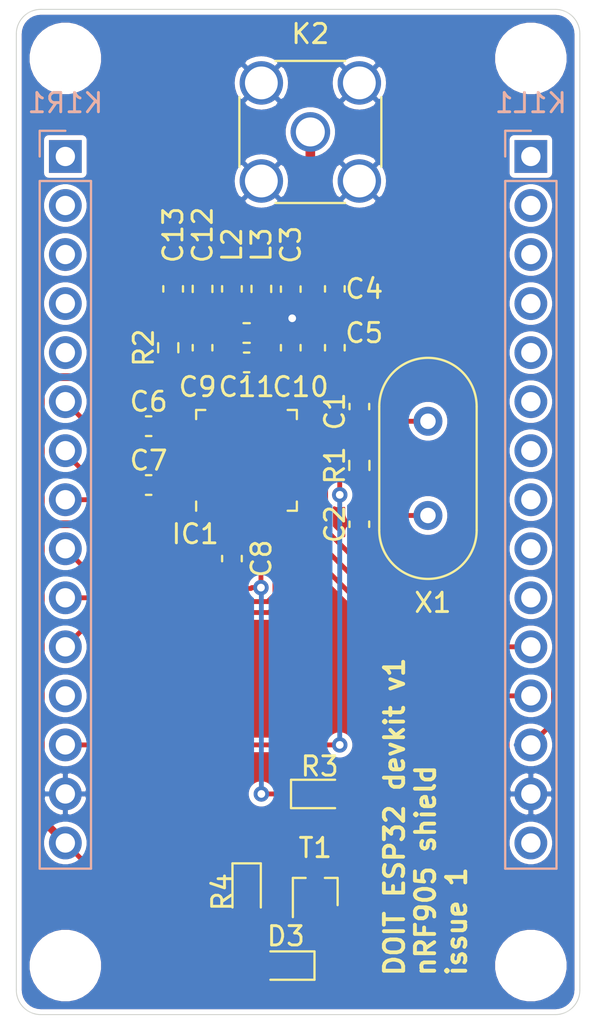
<source format=kicad_pcb>
(kicad_pcb (version 20171130) (host pcbnew 5.1.8-1.fc32)
  (layers (0 F.Cu signal) (31 B.Cu signal) (34 B.Paste user) (35 F.Paste user) (36 B.SilkS user) (37 F.SilkS user) (38 B.Mask user) (39 F.Mask user) (44 Edge.Cuts user))
  (net 0 "")
  (net 1 GND)
  (net 2 "Net-(C3-Pad2)")
  (net 3 VDD)
  (net 4 "Net-(C7-Pad1)")
  (net 5 "Net-(C12-Pad1)")
  (net 6 "Net-(C13-Pad2)")
  (net 7 "Net-(D3-Pad2)")
  (net 8 "Net-(D3-Pad1)")
  (net 9 "Net-(IC1-Pad32)")
  (net 10 "Net-(IC1-Pad23)")
  (net 11 "Net-(IC1-Pad7)")
  (net 12 "Net-(IC1-Pad6)")
  (net 13 "Net-(IC1-Pad3)")
  (net 14 "Net-(IC1-Pad2)")
  (net 15 "Net-(IC1-Pad1)")
  (net 16 "Net-(K1L1-Pad15)")
  (net 17 "Net-(K1L1-Pad4)")
  (net 18 "Net-(K1L1-Pad3)")
  (net 19 "Net-(K1L1-Pad2)")
  (net 20 "Net-(K1L1-Pad1)")
  (net 21 "Net-(K1R1-Pad12)")
  (net 22 "Net-(K1R1-Pad5)")
  (net 23 "Net-(K1R1-Pad4)")
  (net 24 "Net-(K1R1-Pad3)")
  (net 25 "Net-(K1R1-Pad2)")
  (net 26 "Net-(K1R1-Pad1)")
  (net 27 "Net-(R3-Pad2)")
  (net 28 /MISO)
  (net 29 /CSN)
  (net 30 /SCK)
  (net 31 /MOSI)
  (net 32 /DR)
  (net 33 "Net-(K1L1-Pad7)")
  (net 34 "Net-(K1L1-Pad6)")
  (net 35 "Net-(K1L1-Pad5)")
  (net 36 "Net-(K1L1-Pad10)")
  (net 37 "Net-(K1L1-Pad9)")
  (net 38 "Net-(K1L1-Pad8)")
  (net 39 /XC-)
  (net 40 /XC+)
  (net 41 /ANT-)
  (net 42 /ANT+)
  (module Connector_PinSocket_2.54mm:PinSocket_1x15_P2.54mm_Vertical (layer B.Cu) (at 2.54 7.62 180)
    (fp_text reference K1R1 (at 0 2.77) (layer B.SilkS) (effects (justify mirror)))
    (fp_text value ESP32_R)
    (fp_line (start -1.33 -1.27) (end 1.33 -1.27) (layer B.SilkS) (width 0.12))
    (fp_line (start -1.33 -1.27) (end -1.33 -36.89) (layer B.SilkS) (width 0.12))
    (fp_line (start -1.33 -36.89) (end 1.33 -36.89) (layer B.SilkS) (width 0.12))
    (fp_line (start 1.33 -1.27) (end 1.33 -36.89) (layer B.SilkS) (width 0.12))
    (fp_line (start 1.33 1.33) (end 1.33 0) (layer B.SilkS) (width 0.12))
    (fp_line (start 0 1.33) (end 1.33 1.33) (layer B.SilkS) (width 0.12))
    (pad 15 thru_hole oval (at 0 -35.56 180) (size 1.7 1.7) (drill 1) (layers *.Cu *.Mask) (net 3 VDD))
    (pad 14 thru_hole oval (at 0 -33.02 180) (size 1.7 1.7) (drill 1) (layers *.Cu *.Mask) (net 1 GND))
    (pad 13 thru_hole oval (at 0 -30.48 180) (size 1.7 1.7) (drill 1) (layers *.Cu *.Mask) (net 29 /CSN))
    (pad 12 thru_hole oval (at 0 -27.94 180) (size 1.7 1.7) (drill 1) (layers *.Cu *.Mask) (net 21 "Net-(K1R1-Pad12)"))
    (pad 11 thru_hole oval (at 0 -25.4 180) (size 1.7 1.7) (drill 1) (layers *.Cu *.Mask) (net 32 /DR))
    (pad 10 thru_hole oval (at 0 -22.86 180) (size 1.7 1.7) (drill 1) (layers *.Cu *.Mask) (net 11 "Net-(IC1-Pad7)"))
    (pad 9 thru_hole oval (at 0 -20.32 180) (size 1.7 1.7) (drill 1) (layers *.Cu *.Mask) (net 12 "Net-(IC1-Pad6)"))
    (pad 8 thru_hole oval (at 0 -17.78 180) (size 1.7 1.7) (drill 1) (layers *.Cu *.Mask) (net 14 "Net-(IC1-Pad2)"))
    (pad 7 thru_hole oval (at 0 -15.24 180) (size 1.7 1.7) (drill 1) (layers *.Cu *.Mask) (net 15 "Net-(IC1-Pad1)"))
    (pad 6 thru_hole oval (at 0 -12.7 180) (size 1.7 1.7) (drill 1) (layers *.Cu *.Mask) (net 9 "Net-(IC1-Pad32)"))
    (pad 5 thru_hole oval (at 0 -10.16 180) (size 1.7 1.7) (drill 1) (layers *.Cu *.Mask) (net 22 "Net-(K1R1-Pad5)"))
    (pad 4 thru_hole oval (at 0 -7.62 180) (size 1.7 1.7) (drill 1) (layers *.Cu *.Mask) (net 23 "Net-(K1R1-Pad4)"))
    (pad 3 thru_hole oval (at 0 -5.08 180) (size 1.7 1.7) (drill 1) (layers *.Cu *.Mask) (net 24 "Net-(K1R1-Pad3)"))
    (pad 2 thru_hole oval (at 0 -2.54 180) (size 1.7 1.7) (drill 1) (layers *.Cu *.Mask) (net 25 "Net-(K1R1-Pad2)"))
    (pad 1 thru_hole rect (at 0 0 180) (size 1.7 1.7) (drill 1) (layers *.Cu *.Mask) (net 26 "Net-(K1R1-Pad1)"))
  )
  (module Connector_PinSocket_2.54mm:PinSocket_1x15_P2.54mm_Vertical (layer B.Cu) (at 26.67 7.62 180)
    (fp_text reference K1L1 (at 0 2.77) (layer B.SilkS) (effects (justify mirror)))
    (fp_text value ESP32L)
    (fp_line (start -1.33 -1.27) (end 1.33 -1.27) (layer B.SilkS) (width 0.12))
    (fp_line (start -1.33 -1.27) (end -1.33 -36.89) (layer B.SilkS) (width 0.12))
    (fp_line (start -1.33 -36.89) (end 1.33 -36.89) (layer B.SilkS) (width 0.12))
    (fp_line (start 1.33 -1.27) (end 1.33 -36.89) (layer B.SilkS) (width 0.12))
    (fp_line (start 1.33 1.33) (end 1.33 0) (layer B.SilkS) (width 0.12))
    (fp_line (start 0 1.33) (end 1.33 1.33) (layer B.SilkS) (width 0.12))
    (pad 15 thru_hole oval (at 0 -35.56 180) (size 1.7 1.7) (drill 1) (layers *.Cu *.Mask) (net 16 "Net-(K1L1-Pad15)"))
    (pad 14 thru_hole oval (at 0 -33.02 180) (size 1.7 1.7) (drill 1) (layers *.Cu *.Mask) (net 1 GND))
    (pad 13 thru_hole oval (at 0 -30.48 180) (size 1.7 1.7) (drill 1) (layers *.Cu *.Mask) (net 31 /MOSI))
    (pad 12 thru_hole oval (at 0 -27.94 180) (size 1.7 1.7) (drill 1) (layers *.Cu *.Mask) (net 28 /MISO))
    (pad 11 thru_hole oval (at 0 -25.4 180) (size 1.7 1.7) (drill 1) (layers *.Cu *.Mask) (net 30 /SCK))
    (pad 10 thru_hole oval (at 0 -22.86 180) (size 1.7 1.7) (drill 1) (layers *.Cu *.Mask) (net 36 "Net-(K1L1-Pad10)"))
    (pad 9 thru_hole oval (at 0 -20.32 180) (size 1.7 1.7) (drill 1) (layers *.Cu *.Mask) (net 37 "Net-(K1L1-Pad9)"))
    (pad 8 thru_hole oval (at 0 -17.78 180) (size 1.7 1.7) (drill 1) (layers *.Cu *.Mask) (net 38 "Net-(K1L1-Pad8)"))
    (pad 7 thru_hole oval (at 0 -15.24 180) (size 1.7 1.7) (drill 1) (layers *.Cu *.Mask) (net 33 "Net-(K1L1-Pad7)"))
    (pad 6 thru_hole oval (at 0 -12.7 180) (size 1.7 1.7) (drill 1) (layers *.Cu *.Mask) (net 34 "Net-(K1L1-Pad6)"))
    (pad 5 thru_hole oval (at 0 -10.16 180) (size 1.7 1.7) (drill 1) (layers *.Cu *.Mask) (net 35 "Net-(K1L1-Pad5)"))
    (pad 4 thru_hole oval (at 0 -7.62 180) (size 1.7 1.7) (drill 1) (layers *.Cu *.Mask) (net 17 "Net-(K1L1-Pad4)"))
    (pad 3 thru_hole oval (at 0 -5.08 180) (size 1.7 1.7) (drill 1) (layers *.Cu *.Mask) (net 18 "Net-(K1L1-Pad3)"))
    (pad 2 thru_hole oval (at 0 -2.54 180) (size 1.7 1.7) (drill 1) (layers *.Cu *.Mask) (net 19 "Net-(K1L1-Pad2)"))
    (pad 1 thru_hole rect (at 0 0 180) (size 1.7 1.7) (drill 1) (layers *.Cu *.Mask) (net 20 "Net-(K1L1-Pad1)"))
  )
  (module Package_DFN_QFN:TQFN-32-1EP_5x5mm_P0.5mm_EP2.1x2.1mm (layer F.Cu) (at 11.93 23.36 90)
    (fp_text reference IC1 (at -3.818 -2.659 180) (layer F.SilkS))
    (fp_text value nRF905)
    (fp_line (start -2.135 -2.61) (end -2.61 -2.61) (layer F.SilkS) (width 0.12))
    (fp_line (start 2.61 2.61) (end 2.61 2.135) (layer F.SilkS) (width 0.12))
    (fp_line (start 2.135 2.61) (end 2.61 2.61) (layer F.SilkS) (width 0.12))
    (fp_line (start -2.61 2.61) (end -2.61 2.135) (layer F.SilkS) (width 0.12))
    (fp_line (start -2.135 2.61) (end -2.61 2.61) (layer F.SilkS) (width 0.12))
    (fp_line (start 2.61 -2.61) (end 2.61 -2.135) (layer F.SilkS) (width 0.12))
    (fp_line (start 2.135 -2.61) (end 2.61 -2.61) (layer F.SilkS) (width 0.12))
    (pad 33 smd rect (at 0 0 90) (size 2.1 2.1) (layers F.Cu F.Mask))
    (pad 32 smd custom (at -1.75 -2.4375 90) (size 0.18636 0.18636) (layers F.Cu F.Paste F.Mask) (net 9 "Net-(IC1-Pad32)") (options (clearance outline) (anchor circle)) (primitives (gr_poly (pts (xy -0.0625 -0.35) (xy 0.0625 -0.35) (xy 0.0625 0.35) (xy -0.009112 0.35) (xy -0.0625 0.296612)) (width 0.125))))
    (pad 31 smd roundrect (at -1.25 -2.4375 90) (size 0.25 0.825) (layers F.Cu F.Paste F.Mask) (net 4 "Net-(C7-Pad1)"))
    (pad 30 smd roundrect (at -0.75 -2.4375 90) (size 0.25 0.825) (layers F.Cu F.Paste F.Mask) (net 1 GND))
    (pad 29 smd roundrect (at -0.25 -2.4375 90) (size 0.25 0.825) (layers F.Cu F.Paste F.Mask) (net 1 GND))
    (pad 28 smd roundrect (at 0.25 -2.4375 90) (size 0.25 0.825) (layers F.Cu F.Paste F.Mask) (net 1 GND))
    (pad 27 smd roundrect (at 0.75 -2.4375 90) (size 0.25 0.825) (layers F.Cu F.Paste F.Mask) (net 1 GND))
    (pad 26 smd roundrect (at 1.25 -2.4375 90) (size 0.25 0.825) (layers F.Cu F.Paste F.Mask) (net 1 GND))
    (pad 25 smd custom (at 1.75 -2.4375 90) (size 0.18636 0.18636) (layers F.Cu F.Paste F.Mask) (net 3 VDD) (options (clearance outline) (anchor circle)) (primitives (gr_poly (pts (xy -0.0625 -0.35) (xy 0.0625 -0.35) (xy 0.0625 0.296612) (xy 0.009112 0.35) (xy -0.0625 0.35)) (width 0.125))))
    (pad 24 smd custom (at 2.4375 -1.75 90) (size 0.18636 0.18636) (layers F.Cu F.Paste F.Mask) (net 1 GND) (options (clearance outline) (anchor circle)) (primitives (gr_poly (pts (xy -0.35 -0.009112) (xy -0.296612 -0.0625) (xy 0.35 -0.0625) (xy 0.35 0.0625) (xy -0.35 0.0625)) (width 0.125))))
    (pad 23 smd roundrect (at 2.4375 -1.25 90) (size 0.825 0.25) (layers F.Cu F.Paste F.Mask) (net 10 "Net-(IC1-Pad23)"))
    (pad 22 smd roundrect (at 2.4375 -0.75 90) (size 0.825 0.25) (layers F.Cu F.Paste F.Mask) (net 1 GND))
    (pad 21 smd roundrect (at 2.4375 -0.25 90) (size 0.825 0.25) (layers F.Cu F.Paste F.Mask) (net 41 /ANT-))
    (pad 20 smd roundrect (at 2.4375 0.25 90) (size 0.825 0.25) (layers F.Cu F.Paste F.Mask) (net 42 /ANT+))
    (pad 19 smd roundrect (at 2.4375 0.75 90) (size 0.825 0.25) (layers F.Cu F.Paste F.Mask) (net 2 "Net-(C3-Pad2)"))
    (pad 18 smd roundrect (at 2.4375 1.25 90) (size 0.825 0.25) (layers F.Cu F.Paste F.Mask) (net 1 GND))
    (pad 17 smd custom (at 2.4375 1.75 90) (size 0.18636 0.18636) (layers F.Cu F.Paste F.Mask) (net 3 VDD) (options (clearance outline) (anchor circle)) (primitives (gr_poly (pts (xy -0.35 -0.0625) (xy 0.35 -0.0625) (xy 0.35 0.0625) (xy -0.296612 0.0625) (xy -0.35 0.009112)) (width 0.125))))
    (pad 16 smd custom (at 1.75 2.4375 90) (size 0.18636 0.18636) (layers F.Cu F.Paste F.Mask) (net 1 GND) (options (clearance outline) (anchor circle)) (primitives (gr_poly (pts (xy -0.0625 -0.35) (xy 0.009112 -0.35) (xy 0.0625 -0.296612) (xy 0.0625 0.35) (xy -0.0625 0.35)) (width 0.125))))
    (pad 15 smd roundrect (at 1.25 2.4375 90) (size 0.25 0.825) (layers F.Cu F.Paste F.Mask) (net 39 /XC-))
    (pad 14 smd roundrect (at 0.75 2.4375 90) (size 0.25 0.825) (layers F.Cu F.Paste F.Mask) (net 40 /XC+))
    (pad 13 smd roundrect (at 0.25 2.4375 90) (size 0.25 0.825) (layers F.Cu F.Paste F.Mask) (net 29 /CSN))
    (pad 12 smd roundrect (at -0.25 2.4375 90) (size 0.25 0.825) (layers F.Cu F.Paste F.Mask) (net 30 /SCK))
    (pad 11 smd roundrect (at -0.75 2.4375 90) (size 0.25 0.825) (layers F.Cu F.Paste F.Mask) (net 31 /MOSI))
    (pad 10 smd roundrect (at -1.25 2.4375 90) (size 0.25 0.825) (layers F.Cu F.Paste F.Mask) (net 28 /MISO))
    (pad 9 smd custom (at -1.75 2.4375 90) (size 0.18636 0.18636) (layers F.Cu F.Paste F.Mask) (net 1 GND) (options (clearance outline) (anchor circle)) (primitives (gr_poly (pts (xy -0.0625 -0.296612) (xy -0.009112 -0.35) (xy 0.0625 -0.35) (xy 0.0625 0.35) (xy -0.0625 0.35)) (width 0.125))))
    (pad 8 smd custom (at -2.4375 1.75 90) (size 0.18636 0.18636) (layers F.Cu F.Paste F.Mask) (net 32 /DR) (options (clearance outline) (anchor circle)) (primitives (gr_poly (pts (xy -0.35 -0.0625) (xy 0.35 -0.0625) (xy 0.35 0.009112) (xy 0.296612 0.0625) (xy -0.35 0.0625)) (width 0.125))))
    (pad 7 smd roundrect (at -2.4375 1.25 90) (size 0.825 0.25) (layers F.Cu F.Paste F.Mask) (net 11 "Net-(IC1-Pad7)"))
    (pad 6 smd roundrect (at -2.4375 0.75 90) (size 0.825 0.25) (layers F.Cu F.Paste F.Mask) (net 12 "Net-(IC1-Pad6)"))
    (pad 5 smd roundrect (at -2.4375 0.25 90) (size 0.825 0.25) (layers F.Cu F.Paste F.Mask) (net 1 GND))
    (pad 4 smd roundrect (at -2.4375 -0.25 90) (size 0.825 0.25) (layers F.Cu F.Paste F.Mask) (net 3 VDD))
    (pad 3 smd roundrect (at -2.4375 -0.75 90) (size 0.825 0.25) (layers F.Cu F.Paste F.Mask) (net 13 "Net-(IC1-Pad3)"))
    (pad 2 smd roundrect (at -2.4375 -1.25 90) (size 0.825 0.25) (layers F.Cu F.Paste F.Mask) (net 14 "Net-(IC1-Pad2)"))
    (pad 1 smd custom (at -2.4375 -1.75 90) (size 0.18636 0.18636) (layers F.Cu F.Paste F.Mask) (net 15 "Net-(IC1-Pad1)") (options (clearance outline) (anchor circle)) (primitives (gr_poly (pts (xy -0.35 -0.0625) (xy 0.296612 -0.0625) (xy 0.35 -0.009112) (xy 0.35 0.0625) (xy -0.35 0.0625)) (width 0.125))))
  )
  (module LED_SMD:LED_0603_1608Metric (layer F.Cu) (at 15.7225 40.64)
    (fp_text reference R3 (at 0 -1.43) (layer F.SilkS))
    (fp_text value 27k)
    (fp_line (start 0.8 -0.735) (end -1.485 -0.735) (layer F.SilkS) (width 0.12))
    (fp_line (start -1.485 -0.735) (end -1.485 0.735) (layer F.SilkS) (width 0.12))
    (fp_line (start -1.485 0.735) (end 0.8 0.735) (layer F.SilkS) (width 0.12))
    (pad 2 smd roundrect (at 0.7875 0) (size 0.875 0.95) (layers F.Cu F.Paste F.Mask) (net 27 "Net-(R3-Pad2)"))
    (pad 1 smd roundrect (at -0.7875 0) (size 0.875 0.95) (layers F.Cu F.Paste F.Mask) (net 12 "Net-(IC1-Pad6)"))
  )
  (module Connector_Coaxial:SMA_Amphenol_132134_Vertical (layer F.Cu) (at 15.24 6.35 270)
    (fp_text reference K2 (at -5.08 0) (layer F.SilkS))
    (fp_text value "RF out")
    (fp_line (start -1.8 -3.68) (end 1.8 -3.68) (layer F.SilkS) (width 0.12))
    (fp_line (start -1.8 3.68) (end 1.8 3.68) (layer F.SilkS) (width 0.12))
    (fp_line (start 3.68 -1.8) (end 3.68 1.8) (layer F.SilkS) (width 0.12))
    (fp_line (start -3.68 -1.8) (end -3.68 1.8) (layer F.SilkS) (width 0.12))
    (pad 2 thru_hole circle (at -2.54 2.54 270) (size 2.25 2.25) (drill 1.7) (layers *.Cu *.Mask) (net 1 GND))
    (pad 2 thru_hole circle (at -2.54 -2.54 270) (size 2.25 2.25) (drill 1.7) (layers *.Cu *.Mask) (net 1 GND))
    (pad 2 thru_hole circle (at 2.54 -2.54 270) (size 2.25 2.25) (drill 1.7) (layers *.Cu *.Mask) (net 1 GND))
    (pad 2 thru_hole circle (at 2.54 2.54 270) (size 2.25 2.25) (drill 1.7) (layers *.Cu *.Mask) (net 1 GND))
    (pad 1 thru_hole circle (at 0 0 270) (size 2.05 2.05) (drill 1.5) (layers *.Cu *.Mask) (net 6 "Net-(C13-Pad2)"))
  )
  (module Capacitor_SMD:C_0603_1608Metric (layer F.Cu) (at 6.858 24.638 180)
    (fp_text reference C7 (at 0 1.27) (layer F.SilkS))
    (fp_text value 10nF)
    (fp_line (start -0.14058 -0.51) (end 0.14058 -0.51) (layer F.SilkS) (width 0.12))
    (fp_line (start -0.14058 0.51) (end 0.14058 0.51) (layer F.SilkS) (width 0.12))
    (pad 2 smd roundrect (at 0.775 0 180) (size 0.9 0.95) (layers F.Cu F.Paste F.Mask) (net 1 GND))
    (pad 1 smd roundrect (at -0.775 0 180) (size 0.9 0.95) (layers F.Cu F.Paste F.Mask) (net 4 "Net-(C7-Pad1)"))
  )
  (module Crystal:Crystal_HC49-4H_Vertical (layer F.Cu) (at 21.336 21.336 270)
    (fp_text reference X1 (at 9.398 -0.254) (layer F.SilkS))
    (fp_text value 16MHz)
    (fp_line (start -0.76 2.525) (end 5.64 2.525) (layer F.SilkS) (width 0.12))
    (fp_line (start -0.76 -2.525) (end 5.64 -2.525) (layer F.SilkS) (width 0.12))
    (fp_arc (start 5.64 0) (end 5.64 -2.525) (angle 180) (layer F.SilkS) (width 0.12))
    (fp_arc (start -0.76 0) (end -0.76 -2.525) (angle -180) (layer F.SilkS) (width 0.12))
    (pad 2 thru_hole circle (at 4.88 0 270) (size 1.5 1.5) (drill 0.8) (layers *.Cu *.Mask) (net 40 /XC+))
    (pad 1 thru_hole circle (at 0 0 270) (size 1.5 1.5) (drill 0.8) (layers *.Cu *.Mask) (net 39 /XC-))
  )
  (module LED_SMD:LED_0603_1608Metric (layer F.Cu) (at 11.938 45.72 270)
    (fp_text reference R4 (at 0 1.27 90) (layer F.SilkS))
    (fp_text value 68)
    (fp_line (start -1.485 0.735) (end 0.8 0.735) (layer F.SilkS) (width 0.12))
    (fp_line (start -1.485 -0.735) (end -1.485 0.735) (layer F.SilkS) (width 0.12))
    (fp_line (start 0.8 -0.735) (end -1.485 -0.735) (layer F.SilkS) (width 0.12))
    (pad 2 smd roundrect (at 0.7875 0 270) (size 0.875 0.95) (layers F.Cu F.Paste F.Mask) (net 7 "Net-(D3-Pad2)"))
    (pad 1 smd roundrect (at -0.7875 0 270) (size 0.875 0.95) (layers F.Cu F.Paste F.Mask) (net 3 VDD))
  )
  (module Resistor_SMD:R_0603_1608Metric (layer F.Cu) (at 7.874 17.526 90)
    (fp_text reference R2 (at 0 -1.27 90) (layer F.SilkS))
    (fp_text value 22k)
    (fp_line (start -0.237258 0.5225) (end 0.237258 0.5225) (layer F.SilkS) (width 0.12))
    (fp_line (start -0.237258 -0.5225) (end 0.237258 -0.5225) (layer F.SilkS) (width 0.12))
    (pad 2 smd roundrect (at 0.825 0 90) (size 0.8 0.95) (layers F.Cu F.Paste F.Mask) (net 1 GND))
    (pad 1 smd roundrect (at -0.825 0 90) (size 0.8 0.95) (layers F.Cu F.Paste F.Mask) (net 10 "Net-(IC1-Pad23)"))
  )
  (module Resistor_SMD:R_0603_1608Metric (layer F.Cu) (at 17.78 23.622 90)
    (fp_text reference R1 (at 0 -1.27 90) (layer F.SilkS))
    (fp_text value 1M)
    (fp_line (start -0.237258 0.5225) (end 0.237258 0.5225) (layer F.SilkS) (width 0.12))
    (fp_line (start -0.237258 -0.5225) (end 0.237258 -0.5225) (layer F.SilkS) (width 0.12))
    (pad 2 smd roundrect (at 0.825 0 90) (size 0.8 0.95) (layers F.Cu F.Paste F.Mask) (net 39 /XC-))
    (pad 1 smd roundrect (at -0.825 0 90) (size 0.8 0.95) (layers F.Cu F.Paste F.Mask) (net 40 /XC+))
  )
  (module Package_TO_SOT_SMD:SOT-323_SC-70 (layer F.Cu) (at 15.494 45.72 90)
    (fp_text reference T1 (at 2.286 0) (layer F.SilkS))
    (fp_text value BC547)
    (fp_line (start -0.68 1.16) (end 0.73 1.16) (layer F.SilkS) (width 0.12))
    (fp_line (start 0.73 -1.16) (end -1.3 -1.16) (layer F.SilkS) (width 0.12))
    (fp_line (start 0.73 -1.16) (end 0.73 -0.5) (layer F.SilkS) (width 0.12))
    (fp_line (start 0.73 0.5) (end 0.73 1.16) (layer F.SilkS) (width 0.12))
    (pad 3 smd rect (at 1 0) (size 0.45 0.7) (layers F.Cu F.Paste F.Mask) (net 1 GND))
    (pad 2 smd rect (at -1 0.65) (size 0.45 0.7) (layers F.Cu F.Paste F.Mask) (net 27 "Net-(R3-Pad2)"))
    (pad 1 smd rect (at -1 -0.65) (size 0.45 0.7) (layers F.Cu F.Paste F.Mask) (net 8 "Net-(D3-Pad1)"))
  )
  (module Inductor_SMD:L_0603_1608Metric (layer F.Cu) (at 12.7 14.478 270)
    (fp_text reference L3 (at -2.286 0 90) (layer F.SilkS))
    (fp_text value 12nH)
    (fp_line (start -0.162779 0.51) (end 0.162779 0.51) (layer F.SilkS) (width 0.12))
    (fp_line (start -0.162779 -0.51) (end 0.162779 -0.51) (layer F.SilkS) (width 0.12))
    (pad 2 smd roundrect (at 0.7875 0 270) (size 0.875 0.95) (layers F.Cu F.Paste F.Mask) (net 42 /ANT+))
    (pad 1 smd roundrect (at -0.7875 0 270) (size 0.875 0.95) (layers F.Cu F.Paste F.Mask) (net 2 "Net-(C3-Pad2)"))
  )
  (module Inductor_SMD:L_0603_1608Metric (layer F.Cu) (at 9.652 14.478 270)
    (fp_text reference L2 (at -2.286 -1.524 90) (layer F.SilkS))
    (fp_text value 10nH)
    (fp_line (start -0.162779 -0.51) (end 0.162779 -0.51) (layer F.SilkS) (width 0.12))
    (fp_line (start -0.162779 0.51) (end 0.162779 0.51) (layer F.SilkS) (width 0.12))
    (pad 1 smd roundrect (at -0.7875 0 270) (size 0.875 0.95) (layers F.Cu F.Paste F.Mask) (net 6 "Net-(C13-Pad2)"))
    (pad 2 smd roundrect (at 0.7875 0 270) (size 0.875 0.95) (layers F.Cu F.Paste F.Mask) (net 5 "Net-(C12-Pad1)"))
  )
  (module Inductor_SMD:L_0603_1608Metric (layer F.Cu) (at 11.938 16.764)
    (fp_text reference L1 hide)
    (fp_text value 12nH)
    (fp_line (start -0.162779 0.51) (end 0.162779 0.51) (layer F.SilkS) (width 0.12))
    (fp_line (start -0.162779 -0.51) (end 0.162779 -0.51) (layer F.SilkS) (width 0.12))
    (pad 2 smd roundrect (at 0.7875 0) (size 0.875 0.95) (layers F.Cu F.Paste F.Mask) (net 42 /ANT+))
    (pad 1 smd roundrect (at -0.7875 0) (size 0.875 0.95) (layers F.Cu F.Paste F.Mask) (net 41 /ANT-))
  )
  (module MountingHole:MountingHole_3.2mm_M3_ISO14580 (layer F.Cu) (at 2.54 49.53)
    (fp_text reference H4 hide)
    (fp_text value MountingHole hide)
    (pad 1 np_thru_hole circle (at 0 0) (size 3.2 3.2) (drill 3.2) (layers *.Cu *.Mask))
  )
  (module MountingHole:MountingHole_3.2mm_M3_ISO14580 (layer F.Cu) (at 26.67 49.53)
    (fp_text reference H3 hide)
    (fp_text value MountingHole hide)
    (pad 1 np_thru_hole circle (at 0 0) (size 3.2 3.2) (drill 3.2) (layers *.Cu *.Mask))
  )
  (module MountingHole:MountingHole_3.2mm_M3_ISO14580 (layer F.Cu) (at 26.67 2.54)
    (fp_text reference H2 hide)
    (fp_text value MountingHole hide)
    (pad 1 np_thru_hole circle (at 0 0) (size 3.2 3.2) (drill 3.2) (layers *.Cu *.Mask))
  )
  (module MountingHole:MountingHole_3.2mm_M3_ISO14580 (layer F.Cu) (at 2.54 2.54)
    (fp_text reference H1 hide)
    (fp_text value MountingHole hide)
    (pad 1 np_thru_hole circle (at 0 0) (size 3.2 3.2) (drill 3.2) (layers *.Cu *.Mask))
  )
  (module LED_SMD:LED_0603_1608Metric (layer F.Cu) (at 13.97 49.53 180)
    (fp_text reference D3 (at 0 1.524) (layer F.SilkS))
    (fp_text value CD)
    (fp_line (start -1.485 0.735) (end 0.8 0.735) (layer F.SilkS) (width 0.12))
    (fp_line (start -1.485 -0.735) (end -1.485 0.735) (layer F.SilkS) (width 0.12))
    (fp_line (start 0.8 -0.735) (end -1.485 -0.735) (layer F.SilkS) (width 0.12))
    (pad 2 smd roundrect (at 0.7875 0 180) (size 0.875 0.95) (layers F.Cu F.Paste F.Mask) (net 7 "Net-(D3-Pad2)"))
    (pad 1 smd roundrect (at -0.7875 0 180) (size 0.875 0.95) (layers F.Cu F.Paste F.Mask) (net 8 "Net-(D3-Pad1)"))
  )
  (module Capacitor_SMD:C_0603_1608Metric (layer F.Cu) (at 8.128 14.478 90)
    (fp_text reference C13 (at 2.794 0 90) (layer F.SilkS))
    (fp_text value 4.7pF)
    (fp_line (start -0.14058 -0.51) (end 0.14058 -0.51) (layer F.SilkS) (width 0.12))
    (fp_line (start -0.14058 0.51) (end 0.14058 0.51) (layer F.SilkS) (width 0.12))
    (pad 1 smd roundrect (at -0.775 0 90) (size 0.9 0.95) (layers F.Cu F.Paste F.Mask) (net 1 GND))
    (pad 2 smd roundrect (at 0.775 0 90) (size 0.9 0.95) (layers F.Cu F.Paste F.Mask) (net 6 "Net-(C13-Pad2)"))
  )
  (module Capacitor_SMD:C_0603_1608Metric (layer F.Cu) (at 11.176 14.478 270)
    (fp_text reference C12 (at -2.794 1.524 90) (layer F.SilkS))
    (fp_text value 22pF)
    (fp_line (start -0.14058 0.51) (end 0.14058 0.51) (layer F.SilkS) (width 0.12))
    (fp_line (start -0.14058 -0.51) (end 0.14058 -0.51) (layer F.SilkS) (width 0.12))
    (pad 2 smd roundrect (at 0.775 0 270) (size 0.9 0.95) (layers F.Cu F.Paste F.Mask) (net 41 /ANT-))
    (pad 1 smd roundrect (at -0.775 0 270) (size 0.9 0.95) (layers F.Cu F.Paste F.Mask) (net 5 "Net-(C12-Pad1)"))
  )
  (module Capacitor_SMD:C_0603_1608Metric (layer F.Cu) (at 11.938 18.288)
    (fp_text reference C11 (at 0 1.27) (layer F.SilkS))
    (fp_text value "not fitted" hide)
    (fp_line (start -0.14058 0.51) (end 0.14058 0.51) (layer F.SilkS) (width 0.12))
    (fp_line (start -0.14058 -0.51) (end 0.14058 -0.51) (layer F.SilkS) (width 0.12))
    (pad 2 smd roundrect (at 0.775 0) (size 0.9 0.95) (layers F.Cu F.Paste F.Mask) (net 42 /ANT+))
    (pad 1 smd roundrect (at -0.775 0) (size 0.9 0.95) (layers F.Cu F.Paste F.Mask) (net 41 /ANT-))
  )
  (module Capacitor_SMD:C_0603_1608Metric (layer F.Cu) (at 14.224 17.526 90)
    (fp_text reference C10 (at -2.032 0.508 180) (layer F.SilkS))
    (fp_text value 5.6pF)
    (fp_line (start -0.14058 -0.51) (end 0.14058 -0.51) (layer F.SilkS) (width 0.12))
    (fp_line (start -0.14058 0.51) (end 0.14058 0.51) (layer F.SilkS) (width 0.12))
    (pad 1 smd roundrect (at -0.775 0 90) (size 0.9 0.95) (layers F.Cu F.Paste F.Mask) (net 42 /ANT+))
    (pad 2 smd roundrect (at 0.775 0 90) (size 0.9 0.95) (layers F.Cu F.Paste F.Mask) (net 1 GND))
  )
  (module Capacitor_SMD:C_0603_1608Metric (layer F.Cu) (at 9.652 17.526 270)
    (fp_text reference C9 (at 2.032 0.254 180) (layer F.SilkS))
    (fp_text value 5.6pF)
    (fp_line (start -0.14058 -0.51) (end 0.14058 -0.51) (layer F.SilkS) (width 0.12))
    (fp_line (start -0.14058 0.51) (end 0.14058 0.51) (layer F.SilkS) (width 0.12))
    (pad 1 smd roundrect (at -0.775 0 270) (size 0.9 0.95) (layers F.Cu F.Paste F.Mask) (net 1 GND))
    (pad 2 smd roundrect (at 0.775 0 270) (size 0.9 0.95) (layers F.Cu F.Paste F.Mask) (net 41 /ANT-))
  )
  (module Capacitor_SMD:C_0603_1608Metric (layer F.Cu) (at 11.176 28.448 270)
    (fp_text reference C8 (at 0 -1.524 90) (layer F.SilkS))
    (fp_text value 33pF)
    (fp_line (start -0.14058 0.51) (end 0.14058 0.51) (layer F.SilkS) (width 0.12))
    (fp_line (start -0.14058 -0.51) (end 0.14058 -0.51) (layer F.SilkS) (width 0.12))
    (pad 2 smd roundrect (at 0.775 0 270) (size 0.9 0.95) (layers F.Cu F.Paste F.Mask) (net 1 GND))
    (pad 1 smd roundrect (at -0.775 0 270) (size 0.9 0.95) (layers F.Cu F.Paste F.Mask) (net 3 VDD))
  )
  (module Capacitor_SMD:C_0603_1608Metric (layer F.Cu) (at 6.858 21.59 180)
    (fp_text reference C6 (at 0 1.27) (layer F.SilkS))
    (fp_text value 4.7nF)
    (fp_line (start -0.14058 0.51) (end 0.14058 0.51) (layer F.SilkS) (width 0.12))
    (fp_line (start -0.14058 -0.51) (end 0.14058 -0.51) (layer F.SilkS) (width 0.12))
    (pad 2 smd roundrect (at 0.775 0 180) (size 0.9 0.95) (layers F.Cu F.Paste F.Mask) (net 1 GND))
    (pad 1 smd roundrect (at -0.775 0 180) (size 0.9 0.95) (layers F.Cu F.Paste F.Mask) (net 3 VDD))
  )
  (module Capacitor_SMD:C_0603_1608Metric (layer F.Cu) (at 16.51 17.526 90)
    (fp_text reference C5 (at 0.762 1.524 180) (layer F.SilkS))
    (fp_text value 33pF)
    (fp_line (start -0.14058 0.51) (end 0.14058 0.51) (layer F.SilkS) (width 0.12))
    (fp_line (start -0.14058 -0.51) (end 0.14058 -0.51) (layer F.SilkS) (width 0.12))
    (pad 2 smd roundrect (at 0.775 0 90) (size 0.9 0.95) (layers F.Cu F.Paste F.Mask) (net 1 GND))
    (pad 1 smd roundrect (at -0.775 0 90) (size 0.9 0.95) (layers F.Cu F.Paste F.Mask) (net 3 VDD))
  )
  (module Capacitor_SMD:C_0603_1608Metric (layer F.Cu) (at 16.51 14.478 270)
    (fp_text reference C4 (at 0 -1.524 180) (layer F.SilkS))
    (fp_text value 3.3nF)
    (fp_line (start -0.14058 -0.51) (end 0.14058 -0.51) (layer F.SilkS) (width 0.12))
    (fp_line (start -0.14058 0.51) (end 0.14058 0.51) (layer F.SilkS) (width 0.12))
    (pad 1 smd roundrect (at -0.775 0 270) (size 0.9 0.95) (layers F.Cu F.Paste F.Mask) (net 2 "Net-(C3-Pad2)"))
    (pad 2 smd roundrect (at 0.775 0 270) (size 0.9 0.95) (layers F.Cu F.Paste F.Mask) (net 1 GND))
  )
  (module Capacitor_SMD:C_0603_1608Metric (layer F.Cu) (at 14.224 14.491 90)
    (fp_text reference C3 (at 2.299 0 90) (layer F.SilkS))
    (fp_text value 33pF)
    (fp_line (start -0.14058 0.51) (end 0.14058 0.51) (layer F.SilkS) (width 0.12))
    (fp_line (start -0.14058 -0.51) (end 0.14058 -0.51) (layer F.SilkS) (width 0.12))
    (pad 2 smd roundrect (at 0.775 0 90) (size 0.9 0.95) (layers F.Cu F.Paste F.Mask) (net 2 "Net-(C3-Pad2)"))
    (pad 1 smd roundrect (at -0.775 0 90) (size 0.9 0.95) (layers F.Cu F.Paste F.Mask) (net 1 GND))
  )
  (module Capacitor_SMD:C_0603_1608Metric (layer F.Cu) (at 17.78 26.67 270)
    (fp_text reference C2 (at 0 1.27 90) (layer F.SilkS))
    (fp_text value 22pF)
    (fp_line (start -0.14058 -0.51) (end 0.14058 -0.51) (layer F.SilkS) (width 0.12))
    (fp_line (start -0.14058 0.51) (end 0.14058 0.51) (layer F.SilkS) (width 0.12))
    (pad 1 smd roundrect (at -0.775 0 270) (size 0.9 0.95) (layers F.Cu F.Paste F.Mask) (net 40 /XC+))
    (pad 2 smd roundrect (at 0.775 0 270) (size 0.9 0.95) (layers F.Cu F.Paste F.Mask) (net 1 GND))
  )
  (module Capacitor_SMD:C_0603_1608Metric (layer F.Cu) (at 17.78 20.574 90)
    (fp_text reference C1 (at -0.254 -1.27 90) (layer F.SilkS))
    (fp_text value "22pF ")
    (fp_line (start -0.14058 0.51) (end 0.14058 0.51) (layer F.SilkS) (width 0.12))
    (fp_line (start -0.14058 -0.51) (end 0.14058 -0.51) (layer F.SilkS) (width 0.12))
    (pad 2 smd roundrect (at 0.775 0 90) (size 0.9 0.95) (layers F.Cu F.Paste F.Mask) (net 1 GND))
    (pad 1 smd roundrect (at -0.775 0 90) (size 0.9 0.95) (layers F.Cu F.Paste F.Mask) (net 39 /XC-))
  )
  (gr_arc (start 1.27 50.8) (end 0 50.8) (angle -90) (layer Edge.Cuts) (width 0.05))
  (gr_arc (start 27.94 50.8) (end 27.94 52.07) (angle -90) (layer Edge.Cuts) (width 0.05))
  (gr_arc (start 27.94 1.27) (end 29.21 1.27) (angle -90) (layer Edge.Cuts) (width 0.05))
  (gr_arc (start 1.27 1.27) (end 1.27 0) (angle -90) (layer Edge.Cuts) (width 0.05))
  (gr_line (start 0 50.8) (end 0 1.27) (layer Edge.Cuts) (width 0.05))
  (gr_text "DOIT ESP32 devkit v1\nnRF905 shield\nissue 1" (at 21.209 50.165 90) (layer F.SilkS) (effects (font (size 1 1) (thickness 0.2)) (justify left)))
  (gr_line (start 27.94 52.07) (end 1.27 52.07) (layer Edge.Cuts) (width 0.05))
  (gr_line (start 29.21 1.27) (end 29.21 50.8) (layer Edge.Cuts) (width 0.05))
  (gr_line (start 1.27 0) (end 27.94 0) (layer Edge.Cuts) (width 0.05))
  (segment (start 8.85199 18.753824) (end 8.85199 16.80201) (width 0.25) (layer F.Cu) (net 1))
  (segment (start 9.174176 19.07601) (end 8.85199 18.753824) (width 0.25) (layer F.Cu) (net 1))
  (segment (start 10.0496 19.07601) (end 9.174176 19.07601) (width 0.25) (layer F.Cu) (net 1))
  (segment (start 11.18 20.20641) (end 10.0496 19.07601) (width 0.25) (layer F.Cu) (net 1))
  (segment (start 11.18 20.9225) (end 11.18 20.20641) (width 0.25) (layer F.Cu) (net 1))
  (segment (start 8.903 16.751) (end 9.652 16.751) (width 0.25) (layer F.Cu) (net 1))
  (segment (start 8.85199 16.80201) (end 8.903 16.751) (width 0.25) (layer F.Cu) (net 1))
  (segment (start 15.70999 17.55101) (end 16.51 16.751) (width 0.25) (layer F.Cu) (net 1))
  (segment (start 15.70999 18.704254) (end 15.70999 17.55101) (width 0.25) (layer F.Cu) (net 1))
  (segment (start 14.513266 19.900978) (end 15.70999 18.704254) (width 0.25) (layer F.Cu) (net 1))
  (segment (start 13.716 19.900978) (end 14.513266 19.900978) (width 0.25) (layer F.Cu) (net 1))
  (segment (start 13.18 20.436978) (end 13.716 19.900978) (width 0.25) (layer F.Cu) (net 1))
  (segment (start 13.18 20.9225) (end 13.18 20.436978) (width 0.25) (layer F.Cu) (net 1))
  (segment (start 14.224 15.266) (end 14.224 16.002) (width 0.25) (layer F.Cu) (net 1))
  (via (at 14.29901 16.002) (size 0.8) (drill 0.4) (layers F.Cu B.Cu) (net 1))
  (segment (start 14.224 16.002) (end 14.29901 16.002) (width 0.25) (layer F.Cu) (net 1))
  (segment (start 14.224 16.07701) (end 14.29901 16.002) (width 0.25) (layer F.Cu) (net 1))
  (segment (start 14.224 16.751) (end 14.224 16.07701) (width 0.25) (layer F.Cu) (net 1))
  (segment (start 9.4925 22.11) (end 9.49252 22.11002) (width 0.25) (layer F.Cu) (net 1))
  (segment (start 10.68002 22.11002) (end 11.93 23.36) (width 0.25) (layer F.Cu) (net 1))
  (segment (start 9.49252 22.11002) (end 10.68002 22.11002) (width 0.25) (layer F.Cu) (net 1))
  (segment (start 11.18 22.61) (end 11.93 23.36) (width 0.25) (layer F.Cu) (net 1))
  (segment (start 9.4925 22.61) (end 11.18 22.61) (width 0.25) (layer F.Cu) (net 1))
  (segment (start 11.68 23.11) (end 11.93 23.36) (width 0.25) (layer F.Cu) (net 1))
  (segment (start 9.4925 23.11) (end 11.68 23.11) (width 0.25) (layer F.Cu) (net 1))
  (segment (start 11.68 23.61) (end 11.93 23.36) (width 0.25) (layer F.Cu) (net 1))
  (segment (start 9.4925 23.61) (end 11.68 23.61) (width 0.25) (layer F.Cu) (net 1))
  (segment (start 11.18 24.11) (end 11.93 23.36) (width 0.25) (layer F.Cu) (net 1))
  (segment (start 9.4925 24.11) (end 11.18 24.11) (width 0.25) (layer F.Cu) (net 1))
  (segment (start 12.18 23.61) (end 11.93 23.36) (width 0.25) (layer F.Cu) (net 1))
  (segment (start 12.18 25.7975) (end 12.18 23.61) (width 0.25) (layer F.Cu) (net 1))
  (segment (start 14.3675 21.61) (end 15.728 21.61) (width 0.25) (layer F.Cu) (net 1))
  (segment (start 10.18 20.9225) (end 10.18 20.594) (width 0.25) (layer F.Cu) (net 1))
  (segment (start 10.18 20.594) (end 9.652 20.066) (width 0.25) (layer F.Cu) (net 1))
  (segment (start 9.652 20.066) (end 9.144 20.066) (width 0.25) (layer F.Cu) (net 1))
  (segment (start 14.3675 25.11) (end 14.3675 25.6375) (width 0.3) (layer F.Cu) (net 1))
  (segment (start 13.899634 25.11) (end 13.808634 25.019) (width 0.25) (layer F.Cu) (net 1))
  (segment (start 14.3675 25.11) (end 13.899634 25.11) (width 0.25) (layer F.Cu) (net 1))
  (segment (start 13.808634 25.019) (end 13.589 25.019) (width 0.25) (layer F.Cu) (net 1))
  (segment (start 14.1985 13.6905) (end 14.224 13.716) (width 0.25) (layer F.Cu) (net 2))
  (segment (start 12.7 13.6905) (end 14.1985 13.6905) (width 0.25) (layer F.Cu) (net 2))
  (segment (start 12.68 20.21441) (end 13.59041 19.304) (width 0.25) (layer F.Cu) (net 2))
  (segment (start 12.68 20.9225) (end 12.68 20.21441) (width 0.25) (layer F.Cu) (net 2))
  (segment (start 15.02401 18.753824) (end 15.02401 13.75401) (width 0.25) (layer F.Cu) (net 2))
  (segment (start 14.473834 19.304) (end 15.02401 18.753824) (width 0.25) (layer F.Cu) (net 2))
  (segment (start 13.59041 19.304) (end 14.473834 19.304) (width 0.25) (layer F.Cu) (net 2))
  (segment (start 16.497 13.716) (end 16.51 13.703) (width 0.25) (layer F.Cu) (net 2))
  (segment (start 14.224 13.716) (end 16.497 13.716) (width 0.25) (layer F.Cu) (net 2))
  (segment (start 4.2925 44.9325) (end 2.54 43.18) (width 0.25) (layer F.Cu) (net 3))
  (segment (start 11.938 44.9325) (end 4.2925 44.9325) (width 0.25) (layer F.Cu) (net 3))
  (segment (start 7.653 21.61) (end 7.633 21.59) (width 0.25) (layer F.Cu) (net 3))
  (segment (start 9.4925 21.61) (end 7.653 21.61) (width 0.25) (layer F.Cu) (net 3))
  (segment (start 13.68 20.9225) (end 13.68 20.573388) (width 0.25) (layer F.Cu) (net 3))
  (segment (start 14.699667 20.350987) (end 16.51 18.540654) (width 0.25) (layer F.Cu) (net 3))
  (segment (start 13.9024 20.350988) (end 14.699667 20.350987) (width 0.25) (layer F.Cu) (net 3))
  (segment (start 16.51 18.540654) (end 16.51 18.301) (width 0.25) (layer F.Cu) (net 3))
  (segment (start 13.68 20.573388) (end 13.9024 20.350988) (width 0.25) (layer F.Cu) (net 3))
  (segment (start 9.905 21.61) (end 9.4925 21.61) (width 0.25) (layer F.Cu) (net 3))
  (segment (start 9.95501 21.66001) (end 9.905 21.61) (width 0.25) (layer F.Cu) (net 3))
  (segment (start 13.410356 21.66001) (end 9.95501 21.66001) (width 0.25) (layer F.Cu) (net 3))
  (segment (start 13.68 21.390366) (end 13.410356 21.66001) (width 0.25) (layer F.Cu) (net 3))
  (segment (start 13.68 20.9225) (end 13.68 21.390366) (width 0.25) (layer F.Cu) (net 3))
  (segment (start 1.302001 26.637999) (end 1.27 26.67) (width 0.25) (layer F.Cu) (net 3))
  (segment (start 5.187999 19.144999) (end 7.633 21.59) (width 0.4) (layer F.Cu) (net 3))
  (segment (start 5.093 19.05) (end 5.187999 19.144999) (width 0.4) (layer F.Cu) (net 3))
  (segment (start 1.27 19.05) (end 5.093 19.05) (width 0.4) (layer F.Cu) (net 3))
  (segment (start 1.27 41.91) (end 1.27 19.05) (width 0.4) (layer F.Cu) (net 3))
  (segment (start 2.54 43.18) (end 1.27 41.91) (width 0.4) (layer F.Cu) (net 3))
  (segment (start 4.44359 26.67) (end 1.302001 26.67) (width 0.4) (layer F.Cu) (net 3))
  (segment (start 5.44659 27.673) (end 4.44359 26.67) (width 0.4) (layer F.Cu) (net 3))
  (segment (start 11.176 27.673) (end 5.44659 27.673) (width 0.4) (layer F.Cu) (net 3))
  (segment (start 11.68 27.169) (end 11.176 27.673) (width 0.25) (layer F.Cu) (net 3))
  (segment (start 11.68 25.7975) (end 11.68 27.169) (width 0.25) (layer F.Cu) (net 3))
  (segment (start 7.661 24.61) (end 7.633 24.638) (width 0.25) (layer F.Cu) (net 4))
  (segment (start 9.4925 24.61) (end 7.661 24.61) (width 0.25) (layer F.Cu) (net 4))
  (segment (start 11.176 13.7415) (end 9.652 15.2655) (width 0.25) (layer F.Cu) (net 5))
  (segment (start 11.176 13.703) (end 11.176 13.7415) (width 0.25) (layer F.Cu) (net 5))
  (segment (start 9.6395 13.703) (end 9.652 13.6905) (width 0.25) (layer F.Cu) (net 6))
  (segment (start 8.128 13.703) (end 9.6395 13.703) (width 0.25) (layer F.Cu) (net 6))
  (segment (start 15.24 6.35) (end 15.24 9.906) (width 0.5) (layer F.Cu) (net 6))
  (segment (start 15.24 9.906) (end 13.462 11.684) (width 0.5) (layer F.Cu) (net 6))
  (segment (start 13.462 11.684) (end 10.922 11.684) (width 0.5) (layer F.Cu) (net 6))
  (segment (start 9.652 12.954) (end 9.652 13.6905) (width 0.5) (layer F.Cu) (net 6))
  (segment (start 10.922 11.684) (end 9.652 12.954) (width 0.5) (layer F.Cu) (net 6))
  (segment (start 13.1825 49.53) (end 12.7 49.53) (width 0.25) (layer F.Cu) (net 7))
  (segment (start 11.938 48.768) (end 11.938 46.5075) (width 0.25) (layer F.Cu) (net 7))
  (segment (start 12.7 49.53) (end 11.938 48.768) (width 0.25) (layer F.Cu) (net 7))
  (segment (start 14.844 49.4435) (end 14.7575 49.53) (width 0.25) (layer F.Cu) (net 8))
  (segment (start 14.844 46.72) (end 14.844 49.4435) (width 0.25) (layer F.Cu) (net 8))
  (segment (start 5.630176 25.43801) (end 3.937 23.744834) (width 0.25) (layer F.Cu) (net 9))
  (segment (start 3.937 23.744834) (end 3.937 21.717) (width 0.25) (layer F.Cu) (net 9))
  (segment (start 9.4925 25.11) (end 8.413834 25.11) (width 0.25) (layer F.Cu) (net 9))
  (segment (start 8.413834 25.11) (end 8.085824 25.43801) (width 0.25) (layer F.Cu) (net 9))
  (segment (start 8.085824 25.43801) (end 5.630176 25.43801) (width 0.25) (layer F.Cu) (net 9))
  (segment (start 3.937 21.717) (end 2.54 20.32) (width 0.25) (layer F.Cu) (net 9))
  (segment (start 7.874 18.751) (end 7.874 18.351) (width 0.25) (layer F.Cu) (net 10))
  (segment (start 8.649019 19.526019) (end 7.874 18.751) (width 0.25) (layer F.Cu) (net 10))
  (segment (start 9.769042 19.52602) (end 8.649019 19.526019) (width 0.25) (layer F.Cu) (net 10))
  (segment (start 10.68 20.436978) (end 9.769042 19.52602) (width 0.25) (layer F.Cu) (net 10))
  (segment (start 10.68 20.9225) (end 10.68 20.436978) (width 0.25) (layer F.Cu) (net 10))
  (segment (start 4.064 30.48) (end 2.54 30.48) (width 0.25) (layer F.Cu) (net 11))
  (segment (start 4.261001 30.677001) (end 4.064 30.48) (width 0.25) (layer F.Cu) (net 11))
  (segment (start 13.405001 30.300001) (end 13.028001 30.677001) (width 0.25) (layer F.Cu) (net 11))
  (segment (start 13.028001 30.677001) (end 4.261001 30.677001) (width 0.25) (layer F.Cu) (net 11))
  (segment (start 13.405001 26.613001) (end 13.405001 30.300001) (width 0.25) (layer F.Cu) (net 11))
  (segment (start 13.18 26.388) (end 13.405001 26.613001) (width 0.25) (layer F.Cu) (net 11))
  (segment (start 13.18 25.7975) (end 13.18 26.388) (width 0.25) (layer F.Cu) (net 11))
  (segment (start 12.68 25.7975) (end 12.68 29.952) (width 0.25) (layer F.Cu) (net 12))
  (via (at 12.68 29.952) (size 0.8) (drill 0.4) (layers F.Cu B.Cu) (net 12))
  (segment (start 4.59801 29.99801) (end 2.54 27.94) (width 0.25) (layer F.Cu) (net 12))
  (segment (start 12.161824 29.99801) (end 4.59801 29.99801) (width 0.25) (layer F.Cu) (net 12))
  (segment (start 12.207834 29.952) (end 12.161824 29.99801) (width 0.25) (layer F.Cu) (net 12))
  (segment (start 12.68 29.952) (end 12.207834 29.952) (width 0.25) (layer F.Cu) (net 12))
  (segment (start 14.935 40.64) (end 12.7 40.64) (width 0.25) (layer F.Cu) (net 12))
  (via (at 12.7 40.64) (size 0.8) (drill 0.4) (layers F.Cu B.Cu) (net 12))
  (segment (start 12.7 29.972) (end 12.68 29.952) (width 0.25) (layer B.Cu) (net 12))
  (segment (start 12.7 40.64) (end 12.7 29.972) (width 0.25) (layer B.Cu) (net 12))
  (segment (start 10.68 26.53241) (end 10.0924 27.12001) (width 0.25) (layer F.Cu) (net 14))
  (segment (start 5.636076 27.12001) (end 3.916066 25.4) (width 0.25) (layer F.Cu) (net 14))
  (segment (start 10.68 25.7975) (end 10.68 26.53241) (width 0.25) (layer F.Cu) (net 14))
  (segment (start 10.0924 27.12001) (end 5.636076 27.12001) (width 0.25) (layer F.Cu) (net 14))
  (segment (start 3.916066 25.4) (end 2.54 25.4) (width 0.25) (layer F.Cu) (net 14))
  (segment (start 10.18 25.7975) (end 10.18 26.396) (width 0.25) (layer F.Cu) (net 15))
  (segment (start 10.18 26.396) (end 9.906 26.67) (width 0.25) (layer F.Cu) (net 15))
  (segment (start 9.906 26.67) (end 6.225756 26.67) (width 0.25) (layer F.Cu) (net 15))
  (segment (start 6.225756 26.67) (end 2.54 22.984244) (width 0.25) (layer F.Cu) (net 15))
  (segment (start 2.54 22.984244) (end 2.54 22.86) (width 0.25) (layer F.Cu) (net 15))
  (segment (start 16.144 46.72) (end 16.144 46.34) (width 0.25) (layer F.Cu) (net 27))
  (segment (start 16.144 46.34) (end 16.51 45.974) (width 0.25) (layer F.Cu) (net 27))
  (segment (start 16.51 45.974) (end 16.51 40.64) (width 0.25) (layer F.Cu) (net 27))
  (segment (start 22.606 35.56) (end 26.67 35.56) (width 0.25) (layer F.Cu) (net 28))
  (segment (start 15.13001 24.78201) (end 15.13001 28.08401) (width 0.25) (layer F.Cu) (net 28))
  (segment (start 14.958 24.61) (end 15.13001 24.78201) (width 0.25) (layer F.Cu) (net 28))
  (segment (start 15.13001 28.08401) (end 22.606 35.56) (width 0.25) (layer F.Cu) (net 28))
  (segment (start 14.3675 24.61) (end 14.958 24.61) (width 0.25) (layer F.Cu) (net 28))
  (segment (start 14.3675 23.11) (end 15.998 23.11) (width 0.25) (layer F.Cu) (net 29))
  (segment (start 15.998 23.11) (end 16.764 23.876) (width 0.25) (layer F.Cu) (net 29))
  (segment (start 16.764 23.876) (end 16.764 25.146) (width 0.25) (layer F.Cu) (net 29))
  (via (at 16.764 25.146) (size 0.8) (drill 0.4) (layers F.Cu B.Cu) (net 29))
  (segment (start 16.764 25.146) (end 16.764 38.1) (width 0.25) (layer B.Cu) (net 29))
  (via (at 16.764 38.1) (size 0.8) (drill 0.4) (layers F.Cu B.Cu) (net 29))
  (segment (start 16.764 38.1) (end 2.54 38.1) (width 0.25) (layer F.Cu) (net 29))
  (segment (start 16.03003 26.947864) (end 22.102166 33.02) (width 0.25) (layer F.Cu) (net 30))
  (segment (start 16.03003 24.40921) (end 16.03003 26.947864) (width 0.25) (layer F.Cu) (net 30))
  (segment (start 22.102166 33.02) (end 26.67 33.02) (width 0.25) (layer F.Cu) (net 30))
  (segment (start 15.23082 23.61) (end 16.03003 24.40921) (width 0.25) (layer F.Cu) (net 30))
  (segment (start 14.3675 23.61) (end 15.23082 23.61) (width 0.25) (layer F.Cu) (net 30))
  (segment (start 25.908 38.1) (end 26.67 38.1) (width 0.25) (layer B.Cu) (net 31))
  (segment (start 27.845001 36.924999) (end 26.67 38.1) (width 0.25) (layer F.Cu) (net 31))
  (segment (start 27.178 34.29) (end 27.845001 34.957001) (width 0.25) (layer F.Cu) (net 31))
  (segment (start 22.352 34.29) (end 27.178 34.29) (width 0.25) (layer F.Cu) (net 31))
  (segment (start 15.58002 27.51802) (end 22.352 34.29) (width 0.25) (layer F.Cu) (net 31))
  (segment (start 27.845001 34.957001) (end 27.845001 36.924999) (width 0.25) (layer F.Cu) (net 31))
  (segment (start 15.58002 24.59561) (end 15.58002 27.51802) (width 0.25) (layer F.Cu) (net 31))
  (segment (start 15.09441 24.11) (end 15.58002 24.59561) (width 0.25) (layer F.Cu) (net 31))
  (segment (start 14.3675 24.11) (end 15.09441 24.11) (width 0.25) (layer F.Cu) (net 31))
  (segment (start 4.318 31.242) (end 2.54 33.02) (width 0.25) (layer F.Cu) (net 32))
  (segment (start 13.099412 31.242) (end 4.318 31.242) (width 0.25) (layer F.Cu) (net 32))
  (segment (start 13.85501 30.486402) (end 13.099412 31.242) (width 0.25) (layer F.Cu) (net 32))
  (segment (start 13.855011 26.301011) (end 13.85501 30.486402) (width 0.25) (layer F.Cu) (net 32))
  (segment (start 13.68 26.126) (end 13.855011 26.301011) (width 0.25) (layer F.Cu) (net 32))
  (segment (start 13.68 25.7975) (end 13.68 26.126) (width 0.25) (layer F.Cu) (net 32))
  (segment (start 17.78 21.349) (end 17.78 22.797) (width 0.25) (layer F.Cu) (net 39))
  (segment (start 17.78 22.797) (end 17.209 22.797) (width 0.25) (layer F.Cu) (net 39))
  (segment (start 17.209 22.797) (end 16.51 22.098) (width 0.25) (layer F.Cu) (net 39))
  (segment (start 16.498 22.11) (end 14.3675 22.11) (width 0.25) (layer F.Cu) (net 39))
  (segment (start 16.51 22.098) (end 16.498 22.11) (width 0.25) (layer F.Cu) (net 39))
  (segment (start 17.793 21.336) (end 17.78 21.349) (width 0.25) (layer F.Cu) (net 39))
  (segment (start 21.336 21.336) (end 17.793 21.336) (width 0.25) (layer F.Cu) (net 39))
  (segment (start 21.336 26.216) (end 20.12 26.216) (width 0.25) (layer F.Cu) (net 40))
  (segment (start 19.799 25.895) (end 17.78 25.895) (width 0.25) (layer F.Cu) (net 40))
  (segment (start 20.12 26.216) (end 19.799 25.895) (width 0.25) (layer F.Cu) (net 40))
  (segment (start 17.78 25.895) (end 17.78 24.447) (width 0.25) (layer F.Cu) (net 40))
  (segment (start 16.51 22.751215) (end 17.78 24.021215) (width 0.25) (layer F.Cu) (net 40))
  (segment (start 16.51 22.73441) (end 16.51 22.751215) (width 0.25) (layer F.Cu) (net 40))
  (segment (start 17.78 24.021215) (end 17.78 24.447) (width 0.25) (layer F.Cu) (net 40))
  (segment (start 16.38559 22.61) (end 16.51 22.73441) (width 0.25) (layer F.Cu) (net 40))
  (segment (start 14.3675 22.61) (end 16.38559 22.61) (width 0.25) (layer F.Cu) (net 40))
  (segment (start 11.15 18.301) (end 11.163 18.288) (width 0.25) (layer F.Cu) (net 41))
  (segment (start 9.652 18.301) (end 11.15 18.301) (width 0.25) (layer F.Cu) (net 41))
  (segment (start 11.1505 18.2755) (end 11.163 18.288) (width 0.25) (layer F.Cu) (net 41))
  (segment (start 11.1505 16.764) (end 11.1505 18.2755) (width 0.25) (layer F.Cu) (net 41))
  (segment (start 11.176 16.7385) (end 11.1505 16.764) (width 0.25) (layer F.Cu) (net 41))
  (segment (start 11.176 15.253) (end 11.176 16.7385) (width 0.25) (layer F.Cu) (net 41))
  (segment (start 11.68 20.9225) (end 11.68 20.07) (width 0.25) (layer F.Cu) (net 41))
  (segment (start 11.163 19.553) (end 11.163 18.288) (width 0.25) (layer F.Cu) (net 41))
  (segment (start 11.68 20.07) (end 11.163 19.553) (width 0.25) (layer F.Cu) (net 41))
  (segment (start 12.7255 18.2755) (end 12.713 18.288) (width 0.25) (layer F.Cu) (net 42))
  (segment (start 12.7255 16.764) (end 12.7255 18.2755) (width 0.25) (layer F.Cu) (net 42))
  (segment (start 14.211 18.288) (end 14.224 18.301) (width 0.25) (layer F.Cu) (net 42))
  (segment (start 12.713 18.288) (end 14.211 18.288) (width 0.25) (layer F.Cu) (net 42))
  (segment (start 12.7 15.842056) (end 12.7 15.2655) (width 0.25) (layer F.Cu) (net 42))
  (segment (start 12.7 16.7385) (end 12.7 15.842056) (width 0.25) (layer F.Cu) (net 42))
  (segment (start 12.7255 16.764) (end 12.7 16.7385) (width 0.25) (layer F.Cu) (net 42))
  (segment (start 12.18 20.9225) (end 12.18 20.078) (width 0.25) (layer F.Cu) (net 42))
  (segment (start 12.713 19.545) (end 12.713 18.288) (width 0.25) (layer F.Cu) (net 42))
  (segment (start 12.18 20.078) (end 12.713 19.545) (width 0.25) (layer F.Cu) (net 42))
  (zone (net 1) (net_name GND) (layer F.Cu) (connect_pads no (clearance 0)) (min_thickness 0.0254) (fill yes (arc_segments 32) (thermal_gap 0.0255) (thermal_bridge_width 0.0255))
    (polygon (pts (xy 13.716 25.146) (xy 10.16 25.146) (xy 10.16 21.971) (xy 13.716 21.971)))
  )
  (zone (net 1) (net_name GND) (layer F.Cu) (connect_pads (clearance 0.254)) (min_thickness 0.127) (fill yes (arc_segments 32) (thermal_gap 0.254) (thermal_bridge_width 0.254))
    (polygon (pts (xy 29.21 52.07) (xy 0 52.07) (xy 0 0) (xy 29.21 0)))
  )
  (zone (net 1) (net_name GND) (layer B.Cu) (connect_pads (clearance 0.254)) (min_thickness 0.127) (fill yes (arc_segments 32) (thermal_gap 0.254) (thermal_bridge_width 0.254))
    (polygon (pts (xy 29.21 52.07) (xy 0 52.07) (xy 0 0) (xy 29.21 0)))
  )
)
</source>
